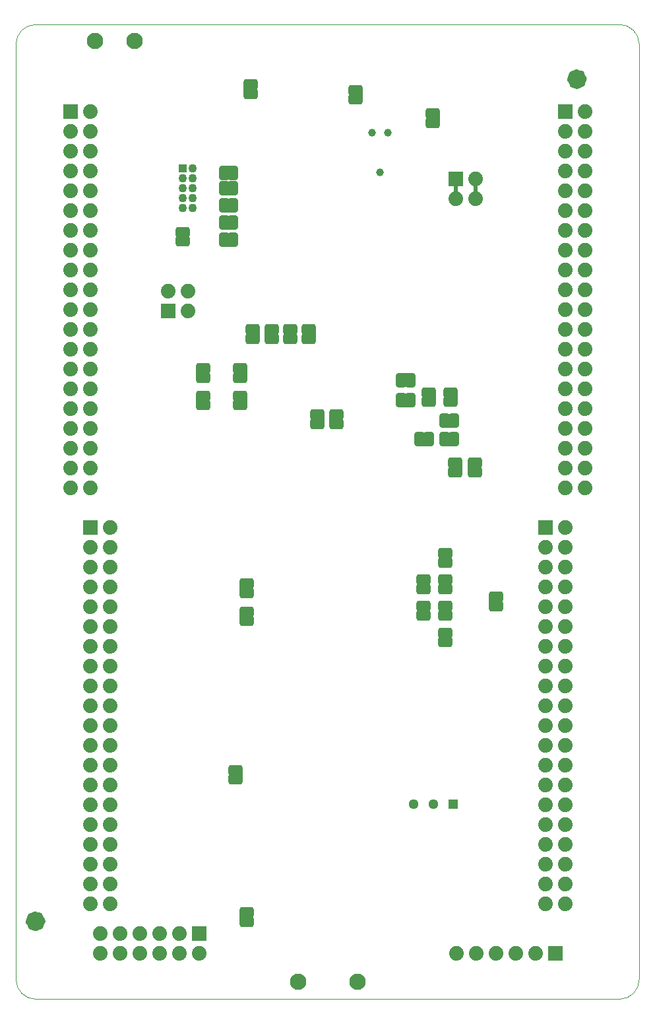
<source format=gbs>
G04*
G04 #@! TF.GenerationSoftware,Altium Limited,Altium Designer,20.0.9 (164)*
G04*
G04 Layer_Color=16711935*
%FSLAX24Y24*%
%MOIN*%
G70*
G01*
G75*
%ADD13C,0.0079*%
%ADD15C,0.0039*%
%ADD48C,0.0500*%
%ADD82C,0.0827*%
%ADD83C,0.0386*%
%ADD84R,0.0740X0.0740*%
%ADD85C,0.0740*%
%ADD86R,0.0740X0.0740*%
%ADD87C,0.0434*%
%ADD88R,0.0434X0.0434*%
%ADD89C,0.0512*%
%ADD90R,0.0512X0.0512*%
%ADD160R,0.0200X0.1050*%
G04:AMPARAMS|DCode=161|XSize=70.9mil|YSize=55.1mil|CornerRadius=13.4mil|HoleSize=0mil|Usage=FLASHONLY|Rotation=180.000|XOffset=0mil|YOffset=0mil|HoleType=Round|Shape=RoundedRectangle|*
%AMROUNDEDRECTD161*
21,1,0.0709,0.0283,0,0,180.0*
21,1,0.0441,0.0551,0,0,180.0*
1,1,0.0268,-0.0220,0.0142*
1,1,0.0268,0.0220,0.0142*
1,1,0.0268,0.0220,-0.0142*
1,1,0.0268,-0.0220,-0.0142*
%
%ADD161ROUNDEDRECTD161*%
G04:AMPARAMS|DCode=162|XSize=70.9mil|YSize=55.1mil|CornerRadius=13.4mil|HoleSize=0mil|Usage=FLASHONLY|Rotation=270.000|XOffset=0mil|YOffset=0mil|HoleType=Round|Shape=RoundedRectangle|*
%AMROUNDEDRECTD162*
21,1,0.0709,0.0283,0,0,270.0*
21,1,0.0441,0.0551,0,0,270.0*
1,1,0.0268,-0.0142,-0.0220*
1,1,0.0268,-0.0142,0.0220*
1,1,0.0268,0.0142,0.0220*
1,1,0.0268,0.0142,-0.0220*
%
%ADD162ROUNDEDRECTD162*%
D13*
X11968Y20551D02*
Y20945D01*
X11339Y20551D02*
Y20945D01*
X11968Y19134D02*
Y19528D01*
X11339Y19134D02*
Y19528D01*
X15866Y29094D02*
Y29488D01*
X16496Y29094D02*
Y29488D01*
X11535Y45748D02*
Y46142D01*
X12165Y45748D02*
Y46142D01*
X10551Y38661D02*
X10945D01*
X10551Y38031D02*
X10945D01*
X8740Y38307D02*
Y38701D01*
X8110Y38307D02*
Y38701D01*
X21378Y44291D02*
Y44685D01*
X20748Y44291D02*
Y44685D01*
X23504Y26654D02*
Y27047D01*
X22874Y26654D02*
Y27047D01*
X22520Y26654D02*
Y27047D01*
X21890Y26654D02*
Y27047D01*
X20433Y28583D02*
X20827D01*
X20433Y27953D02*
X20827D01*
X21693D02*
X22087D01*
X21693Y28583D02*
X22087D01*
X19488Y31575D02*
X19882D01*
X19488Y30945D02*
X19882D01*
X21181Y30197D02*
Y30591D01*
X20551Y30197D02*
Y30591D01*
X21693Y28898D02*
X22087D01*
X21693Y29528D02*
X22087D01*
X15118Y33386D02*
Y33780D01*
X14488Y33386D02*
Y33780D01*
X19488Y29921D02*
X19882D01*
X19488Y30551D02*
X19882D01*
X12283Y33386D02*
Y33780D01*
X11654Y33386D02*
Y33780D01*
X22283Y30197D02*
Y30591D01*
X21654Y30197D02*
Y30591D01*
X12598Y33386D02*
Y33780D01*
X13228Y33386D02*
Y33780D01*
X14173Y33386D02*
Y33780D01*
X13543Y33386D02*
Y33780D01*
X9764Y30030D02*
Y30423D01*
X9134Y30030D02*
Y30423D01*
X11654Y31417D02*
Y31811D01*
X11024Y31417D02*
Y31811D01*
X9764Y31417D02*
Y31811D01*
X9134Y31417D02*
Y31811D01*
X20906Y20748D02*
Y21142D01*
X20276Y20748D02*
Y21142D01*
Y19409D02*
Y19803D01*
X20906Y19409D02*
Y19803D01*
X11024Y30030D02*
Y30423D01*
X11654Y30030D02*
Y30423D01*
X15551Y29094D02*
Y29488D01*
X14921Y29094D02*
Y29488D01*
X10787Y11142D02*
Y11535D01*
X11417Y11142D02*
Y11535D01*
X11968Y3947D02*
Y4341D01*
X11339Y3947D02*
Y4341D01*
X16850Y45472D02*
Y45866D01*
X17480Y45472D02*
Y45866D01*
X24567Y19882D02*
Y20276D01*
X23937Y19882D02*
Y20276D01*
X10551Y39528D02*
X10945D01*
X10551Y38898D02*
X10945D01*
X10551Y40630D02*
X10945D01*
X10551Y41260D02*
X10945D01*
X10551Y40394D02*
X10945D01*
X10551Y39764D02*
X10945D01*
X10551Y41417D02*
X10945D01*
X10551Y42047D02*
X10945D01*
X22008Y22087D02*
Y22480D01*
X21378Y22087D02*
Y22480D01*
X22008Y20748D02*
Y21142D01*
X21378Y20748D02*
Y21142D01*
Y19409D02*
Y19803D01*
X22008Y19409D02*
Y19803D01*
Y18071D02*
Y18465D01*
X21378Y18071D02*
Y18465D01*
D15*
X994Y49213D02*
G03*
X-0Y48213I6J-1000D01*
G01*
X31496Y48218D02*
G03*
X30496Y49213I-1000J-6D01*
G01*
X0Y994D02*
G03*
X1000Y-0I1000J6D01*
G01*
X30502Y0D02*
G03*
X31496Y1000I-6J1000D01*
G01*
X31496D02*
Y48218D01*
X994Y49213D02*
X30496D01*
X0Y994D02*
Y48213D01*
X1004Y0D02*
X30502D01*
D48*
X1234Y3937D02*
G03*
X1234Y3937I-250J0D01*
G01*
X28596Y46457D02*
G03*
X28596Y46457I-250J0D01*
G01*
D82*
X14248Y872D02*
D03*
X3998Y48372D02*
D03*
X5998D02*
D03*
X17248Y872D02*
D03*
D83*
X18786Y43756D02*
D03*
X17986D02*
D03*
X18386Y41756D02*
D03*
D84*
X27248Y2303D02*
D03*
X9248Y3303D02*
D03*
X7689Y34736D02*
D03*
D85*
X26248Y2303D02*
D03*
X25248D02*
D03*
X24248D02*
D03*
X23248D02*
D03*
X22248D02*
D03*
X8248Y3303D02*
D03*
X7248D02*
D03*
X6248D02*
D03*
X5248D02*
D03*
X4248D02*
D03*
X9248Y2303D02*
D03*
X8248D02*
D03*
X7248D02*
D03*
X6248D02*
D03*
X5248D02*
D03*
X4248D02*
D03*
X2748Y43803D02*
D03*
Y42803D02*
D03*
Y41803D02*
D03*
Y40803D02*
D03*
Y39803D02*
D03*
Y38803D02*
D03*
Y37803D02*
D03*
Y36803D02*
D03*
Y35803D02*
D03*
Y34803D02*
D03*
Y33803D02*
D03*
Y32803D02*
D03*
Y31803D02*
D03*
Y30803D02*
D03*
Y29803D02*
D03*
Y28803D02*
D03*
Y27803D02*
D03*
Y26803D02*
D03*
Y25803D02*
D03*
X3748Y44803D02*
D03*
Y43803D02*
D03*
Y42803D02*
D03*
Y41803D02*
D03*
Y40803D02*
D03*
Y39803D02*
D03*
Y38803D02*
D03*
Y37803D02*
D03*
Y36803D02*
D03*
Y35803D02*
D03*
Y34803D02*
D03*
Y33803D02*
D03*
Y32803D02*
D03*
Y31803D02*
D03*
Y30803D02*
D03*
Y29803D02*
D03*
Y28803D02*
D03*
Y27803D02*
D03*
Y26803D02*
D03*
Y25803D02*
D03*
X8689Y34736D02*
D03*
X7689Y35736D02*
D03*
X8689D02*
D03*
X23217Y40406D02*
D03*
Y41406D02*
D03*
X22217Y40406D02*
D03*
X26748Y22803D02*
D03*
Y21803D02*
D03*
Y20803D02*
D03*
Y19803D02*
D03*
Y18803D02*
D03*
Y17803D02*
D03*
Y16803D02*
D03*
Y15803D02*
D03*
Y14803D02*
D03*
Y13803D02*
D03*
Y12803D02*
D03*
Y11803D02*
D03*
Y10803D02*
D03*
Y9803D02*
D03*
Y8803D02*
D03*
Y7803D02*
D03*
Y6803D02*
D03*
Y5803D02*
D03*
Y4803D02*
D03*
X27748Y23803D02*
D03*
Y22803D02*
D03*
Y21803D02*
D03*
Y20803D02*
D03*
Y19803D02*
D03*
Y18803D02*
D03*
Y17803D02*
D03*
Y16803D02*
D03*
Y15803D02*
D03*
Y14803D02*
D03*
Y13803D02*
D03*
Y12803D02*
D03*
Y11803D02*
D03*
Y10803D02*
D03*
Y9803D02*
D03*
Y8803D02*
D03*
Y7803D02*
D03*
Y6803D02*
D03*
Y5803D02*
D03*
Y4803D02*
D03*
X3748Y22803D02*
D03*
Y21803D02*
D03*
Y20803D02*
D03*
Y19803D02*
D03*
Y18803D02*
D03*
Y17803D02*
D03*
Y16803D02*
D03*
Y15803D02*
D03*
Y14803D02*
D03*
Y13803D02*
D03*
Y12803D02*
D03*
Y11803D02*
D03*
Y10803D02*
D03*
Y9803D02*
D03*
Y8803D02*
D03*
Y7803D02*
D03*
Y6803D02*
D03*
Y5803D02*
D03*
Y4803D02*
D03*
X4748Y23803D02*
D03*
Y22803D02*
D03*
Y21803D02*
D03*
Y20803D02*
D03*
Y19803D02*
D03*
Y18803D02*
D03*
Y17803D02*
D03*
Y16803D02*
D03*
Y15803D02*
D03*
Y14803D02*
D03*
Y13803D02*
D03*
Y12803D02*
D03*
Y11803D02*
D03*
Y10803D02*
D03*
Y9803D02*
D03*
Y8803D02*
D03*
Y7803D02*
D03*
Y6803D02*
D03*
Y5803D02*
D03*
Y4803D02*
D03*
X27748Y43803D02*
D03*
Y42803D02*
D03*
Y41803D02*
D03*
Y40803D02*
D03*
Y39803D02*
D03*
Y38803D02*
D03*
Y37803D02*
D03*
Y36803D02*
D03*
Y35803D02*
D03*
Y34803D02*
D03*
Y33803D02*
D03*
Y32803D02*
D03*
Y31803D02*
D03*
Y30803D02*
D03*
Y29803D02*
D03*
Y28803D02*
D03*
Y27803D02*
D03*
Y26803D02*
D03*
Y25803D02*
D03*
X28748Y44803D02*
D03*
Y43803D02*
D03*
Y42803D02*
D03*
Y41803D02*
D03*
Y40803D02*
D03*
Y39803D02*
D03*
Y38803D02*
D03*
Y37803D02*
D03*
Y36803D02*
D03*
Y35803D02*
D03*
Y34803D02*
D03*
Y33803D02*
D03*
Y32803D02*
D03*
Y31803D02*
D03*
Y30803D02*
D03*
Y29803D02*
D03*
Y28803D02*
D03*
Y27803D02*
D03*
Y26803D02*
D03*
Y25803D02*
D03*
D86*
X2748Y44803D02*
D03*
X22217Y41406D02*
D03*
X26748Y23803D02*
D03*
X3748D02*
D03*
X27748Y44803D02*
D03*
D87*
X8911Y39945D02*
D03*
X8411D02*
D03*
X8911Y40445D02*
D03*
X8411D02*
D03*
X8911Y40945D02*
D03*
X8411D02*
D03*
X8911Y41445D02*
D03*
X8411D02*
D03*
X8911Y41945D02*
D03*
D88*
X8411D02*
D03*
D89*
X20079Y9843D02*
D03*
X21079D02*
D03*
D90*
X22079D02*
D03*
D160*
X22217Y40881D02*
D03*
X23217D02*
D03*
D161*
X11654Y20974D02*
D03*
Y20522D02*
D03*
Y19557D02*
D03*
Y19104D02*
D03*
X16181Y29065D02*
D03*
Y29518D02*
D03*
X11850Y45718D02*
D03*
Y46171D02*
D03*
X8425Y38730D02*
D03*
Y38278D02*
D03*
X21063Y44715D02*
D03*
Y44262D02*
D03*
X23189Y27077D02*
D03*
Y26624D02*
D03*
X22205Y27077D02*
D03*
Y26624D02*
D03*
X20866Y30620D02*
D03*
Y30167D02*
D03*
X14803Y33809D02*
D03*
Y33356D02*
D03*
X11968Y33809D02*
D03*
Y33356D02*
D03*
X21969Y30620D02*
D03*
Y30167D02*
D03*
X12913Y33356D02*
D03*
Y33809D02*
D03*
X13858D02*
D03*
Y33356D02*
D03*
X9449Y30453D02*
D03*
Y30000D02*
D03*
X11339Y31841D02*
D03*
Y31388D02*
D03*
X9449Y31841D02*
D03*
Y31388D02*
D03*
X20591Y21171D02*
D03*
Y20719D02*
D03*
Y19380D02*
D03*
Y19833D02*
D03*
X11339Y30000D02*
D03*
Y30453D02*
D03*
X15236Y29518D02*
D03*
Y29065D02*
D03*
X11102Y11112D02*
D03*
Y11565D02*
D03*
X11654Y4370D02*
D03*
Y3917D02*
D03*
X17165Y45443D02*
D03*
Y45896D02*
D03*
X24252Y20305D02*
D03*
Y19852D02*
D03*
X21693Y22510D02*
D03*
Y22057D02*
D03*
Y21171D02*
D03*
Y20719D02*
D03*
Y19380D02*
D03*
Y19833D02*
D03*
Y18494D02*
D03*
Y18041D02*
D03*
D162*
X10522Y38346D02*
D03*
X10974D02*
D03*
X20404Y28268D02*
D03*
X20856D02*
D03*
X22116D02*
D03*
X21663D02*
D03*
X19459Y31260D02*
D03*
X19911D02*
D03*
X22116Y29213D02*
D03*
X21663D02*
D03*
X19911Y30236D02*
D03*
X19459D02*
D03*
X10522Y39213D02*
D03*
X10974D02*
D03*
Y40945D02*
D03*
X10522D02*
D03*
Y40079D02*
D03*
X10974D02*
D03*
Y41732D02*
D03*
X10522D02*
D03*
M02*

</source>
